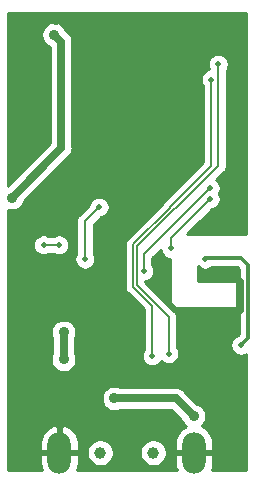
<source format=gbr>
G04 #@! TF.GenerationSoftware,KiCad,Pcbnew,(5.1.9)-1*
G04 #@! TF.CreationDate,2021-06-19T22:19:12+01:00*
G04 #@! TF.ProjectId,temp_sensor,74656d70-5f73-4656-9e73-6f722e6b6963,rev?*
G04 #@! TF.SameCoordinates,Original*
G04 #@! TF.FileFunction,Copper,L4,Bot*
G04 #@! TF.FilePolarity,Positive*
%FSLAX46Y46*%
G04 Gerber Fmt 4.6, Leading zero omitted, Abs format (unit mm)*
G04 Created by KiCad (PCBNEW (5.1.9)-1) date 2021-06-19 22:19:12*
%MOMM*%
%LPD*%
G01*
G04 APERTURE LIST*
G04 #@! TA.AperFunction,ComponentPad*
%ADD10O,2.000000X3.500000*%
G04 #@! TD*
G04 #@! TA.AperFunction,WasherPad*
%ADD11C,1.000000*%
G04 #@! TD*
G04 #@! TA.AperFunction,ViaPad*
%ADD12C,0.889000*%
G04 #@! TD*
G04 #@! TA.AperFunction,ViaPad*
%ADD13C,0.508000*%
G04 #@! TD*
G04 #@! TA.AperFunction,Conductor*
%ADD14C,0.635000*%
G04 #@! TD*
G04 #@! TA.AperFunction,Conductor*
%ADD15C,0.203200*%
G04 #@! TD*
G04 #@! TA.AperFunction,Conductor*
%ADD16C,0.304800*%
G04 #@! TD*
G04 #@! TA.AperFunction,Conductor*
%ADD17C,0.152400*%
G04 #@! TD*
G04 #@! TA.AperFunction,Conductor*
%ADD18C,0.254000*%
G04 #@! TD*
G04 #@! TA.AperFunction,Conductor*
%ADD19C,0.100000*%
G04 #@! TD*
G04 APERTURE END LIST*
D10*
X54050000Y-79400000D03*
X65450000Y-79400000D03*
D11*
X62000000Y-79400000D03*
X57500000Y-79400000D03*
D12*
X57250000Y-70000000D03*
X53750000Y-42750000D03*
X50000000Y-48500000D03*
X50000000Y-51500000D03*
X54750000Y-58500000D03*
X51000000Y-62500000D03*
X52150000Y-75650000D03*
D13*
X68000000Y-64100000D03*
D12*
X58000000Y-49000000D03*
X61000000Y-49000000D03*
X61000000Y-52000000D03*
X58000000Y-52000000D03*
X54400000Y-71500000D03*
X54400000Y-69200000D03*
D13*
X69400000Y-70300000D03*
D12*
X53600000Y-44000000D03*
X50000000Y-57800000D03*
D13*
X54000000Y-61800000D03*
X52700000Y-61800000D03*
X66400000Y-63000000D03*
D12*
X65400000Y-76300000D03*
X58700000Y-74800000D03*
D13*
X57400000Y-58600000D03*
X56200000Y-63000000D03*
X66900000Y-47800000D03*
X61900000Y-71200000D03*
X63300000Y-71000000D03*
X67500000Y-46500000D03*
X66800000Y-57900000D03*
X63500000Y-62100000D03*
X66800000Y-57000000D03*
X61200000Y-64000000D03*
D14*
X68000000Y-64100000D02*
X68500000Y-64100000D01*
X68500000Y-64100000D02*
X69300000Y-64900000D01*
X69300000Y-64900000D02*
X69300000Y-67300000D01*
X69300000Y-67300000D02*
X68900000Y-67700000D01*
X54400000Y-71500000D02*
X54400000Y-69200000D01*
X53600000Y-44000000D02*
X54200000Y-44600000D01*
X54200000Y-53600000D02*
X54200000Y-53300000D01*
X50000000Y-57800000D02*
X54200000Y-53600000D01*
X54200000Y-44600000D02*
X54200000Y-53300000D01*
D15*
X54000000Y-61800000D02*
X52700000Y-61800000D01*
D16*
X67157653Y-62880610D02*
X66500000Y-62880610D01*
X69380610Y-62880610D02*
X67157653Y-62880610D01*
X70000000Y-63500000D02*
X69380610Y-62880610D01*
X70000000Y-69700000D02*
X70000000Y-63500000D01*
X69400000Y-70300000D02*
X70000000Y-69700000D01*
X66500000Y-62900000D02*
X66400000Y-63000000D01*
X66500000Y-62880610D02*
X66500000Y-62900000D01*
D14*
X63900000Y-74800000D02*
X58700000Y-74800000D01*
X65400000Y-76300000D02*
X63900000Y-74800000D01*
D15*
X56200000Y-59800000D02*
X57400000Y-58600000D01*
X56200000Y-63000000D02*
X56200000Y-59800000D01*
X66900000Y-47800000D02*
X66900000Y-54900000D01*
X66900000Y-55125250D02*
X63400000Y-58625250D01*
X66900000Y-54900000D02*
X66900000Y-55125250D01*
D17*
X60295190Y-61765980D02*
X60295191Y-65326257D01*
X63400000Y-58661170D02*
X60295190Y-61765980D01*
X63400000Y-58625250D02*
X63400000Y-58661170D01*
X61900000Y-66931066D02*
X61900000Y-71200000D01*
X60295191Y-65326257D02*
X61900000Y-66931066D01*
D15*
X67500000Y-55100000D02*
X67500000Y-46500000D01*
X63900000Y-58700000D02*
X67500000Y-55100000D01*
D17*
X63792236Y-58700000D02*
X60600000Y-61892236D01*
X63900000Y-58700000D02*
X63792236Y-58700000D01*
X60600000Y-61892236D02*
X60600000Y-65200000D01*
X63300000Y-67900000D02*
X63300000Y-71000000D01*
X60600000Y-65200000D02*
X63300000Y-67900000D01*
D15*
X65500000Y-59200000D02*
X66800000Y-57900000D01*
D17*
X63500000Y-61200000D02*
X65500000Y-59200000D01*
X63500000Y-62100000D02*
X63500000Y-61200000D01*
D15*
X64700000Y-59100000D02*
X66800000Y-57000000D01*
D17*
X61200000Y-62600000D02*
X64700000Y-59100000D01*
X61200000Y-64000000D02*
X61200000Y-62600000D01*
D18*
X69840000Y-60840000D02*
X64865787Y-60840000D01*
X65866425Y-59839363D01*
X65911212Y-59815424D01*
X65995267Y-59746442D01*
X66968887Y-58772823D01*
X67059312Y-58754836D01*
X67221099Y-58687821D01*
X67366704Y-58590531D01*
X67490531Y-58466704D01*
X67587821Y-58321099D01*
X67654836Y-58159312D01*
X67689000Y-57987559D01*
X67689000Y-57812441D01*
X67654836Y-57640688D01*
X67587821Y-57478901D01*
X67568510Y-57450000D01*
X67587821Y-57421099D01*
X67654836Y-57259312D01*
X67689000Y-57087559D01*
X67689000Y-56912441D01*
X67654836Y-56740688D01*
X67587821Y-56578901D01*
X67490531Y-56433296D01*
X67366704Y-56309469D01*
X67346045Y-56295665D01*
X67995273Y-55646437D01*
X68023374Y-55623375D01*
X68046437Y-55595273D01*
X68046442Y-55595268D01*
X68115424Y-55511213D01*
X68162374Y-55423375D01*
X68183822Y-55383249D01*
X68225942Y-55244399D01*
X68236600Y-55136186D01*
X68236600Y-55136185D01*
X68240164Y-55100000D01*
X68236600Y-55063814D01*
X68236600Y-46997757D01*
X68287821Y-46921099D01*
X68354836Y-46759312D01*
X68389000Y-46587559D01*
X68389000Y-46412441D01*
X68354836Y-46240688D01*
X68287821Y-46078901D01*
X68190531Y-45933296D01*
X68066704Y-45809469D01*
X67921099Y-45712179D01*
X67759312Y-45645164D01*
X67587559Y-45611000D01*
X67412441Y-45611000D01*
X67240688Y-45645164D01*
X67078901Y-45712179D01*
X66933296Y-45809469D01*
X66809469Y-45933296D01*
X66712179Y-46078901D01*
X66645164Y-46240688D01*
X66611000Y-46412441D01*
X66611000Y-46587559D01*
X66645164Y-46759312D01*
X66712179Y-46921099D01*
X66717985Y-46929789D01*
X66640688Y-46945164D01*
X66478901Y-47012179D01*
X66333296Y-47109469D01*
X66209469Y-47233296D01*
X66112179Y-47378901D01*
X66045164Y-47540688D01*
X66011000Y-47712441D01*
X66011000Y-47887559D01*
X66045164Y-48059312D01*
X66112179Y-48221099D01*
X66163400Y-48297757D01*
X66163401Y-54820140D01*
X62853558Y-58129983D01*
X62784576Y-58214038D01*
X62719393Y-58335988D01*
X59816999Y-61238384D01*
X59789863Y-61260654D01*
X59700988Y-61368948D01*
X59634948Y-61492500D01*
X59594281Y-61626561D01*
X59583990Y-61731045D01*
X59583990Y-61731054D01*
X59580550Y-61765980D01*
X59583990Y-61800906D01*
X59583992Y-65291321D01*
X59580551Y-65326257D01*
X59583992Y-65361192D01*
X59583992Y-65361193D01*
X59594283Y-65465677D01*
X59604695Y-65500000D01*
X59634950Y-65599738D01*
X59691389Y-65705327D01*
X59700990Y-65723290D01*
X59789865Y-65831584D01*
X59817001Y-65853854D01*
X61188800Y-67225655D01*
X61188801Y-70664228D01*
X61112179Y-70778901D01*
X61045164Y-70940688D01*
X61011000Y-71112441D01*
X61011000Y-71287559D01*
X61045164Y-71459312D01*
X61112179Y-71621099D01*
X61209469Y-71766704D01*
X61333296Y-71890531D01*
X61478901Y-71987821D01*
X61640688Y-72054836D01*
X61812441Y-72089000D01*
X61987559Y-72089000D01*
X62159312Y-72054836D01*
X62321099Y-71987821D01*
X62466704Y-71890531D01*
X62590531Y-71766704D01*
X62678225Y-71635460D01*
X62733296Y-71690531D01*
X62878901Y-71787821D01*
X63040688Y-71854836D01*
X63212441Y-71889000D01*
X63387559Y-71889000D01*
X63559312Y-71854836D01*
X63721099Y-71787821D01*
X63866704Y-71690531D01*
X63990531Y-71566704D01*
X64087821Y-71421099D01*
X64154836Y-71259312D01*
X64189000Y-71087559D01*
X64189000Y-70912441D01*
X64154836Y-70740688D01*
X64087821Y-70578901D01*
X64011200Y-70464229D01*
X64011200Y-67934928D01*
X64014640Y-67900000D01*
X64011200Y-67865071D01*
X64011200Y-67865064D01*
X64000909Y-67760580D01*
X63960242Y-67626518D01*
X63894202Y-67502967D01*
X63827598Y-67421809D01*
X63827588Y-67421799D01*
X63805326Y-67394673D01*
X63778201Y-67372412D01*
X61311200Y-64905413D01*
X61311200Y-64884297D01*
X61459312Y-64854836D01*
X61621099Y-64787821D01*
X61766704Y-64690531D01*
X61890531Y-64566704D01*
X61987821Y-64421099D01*
X62054836Y-64259312D01*
X62089000Y-64087559D01*
X62089000Y-63912441D01*
X62054836Y-63740688D01*
X61987821Y-63578901D01*
X61911200Y-63464229D01*
X61911200Y-62894587D01*
X62612199Y-62193588D01*
X62645164Y-62359312D01*
X62712179Y-62521099D01*
X62809469Y-62666704D01*
X62933296Y-62790531D01*
X63078901Y-62887821D01*
X63240688Y-62954836D01*
X63412441Y-62989000D01*
X63440001Y-62989000D01*
X63440000Y-66467581D01*
X63436807Y-66500000D01*
X63449550Y-66629383D01*
X63487290Y-66753793D01*
X63548575Y-66868450D01*
X63599963Y-66931066D01*
X63631052Y-66968948D01*
X63731550Y-67051425D01*
X63846207Y-67112710D01*
X63970617Y-67150450D01*
X64100000Y-67163193D01*
X64132419Y-67160000D01*
X68667581Y-67160000D01*
X68700000Y-67163193D01*
X68732419Y-67160000D01*
X68829383Y-67150450D01*
X68953793Y-67112710D01*
X69068450Y-67051425D01*
X69168948Y-66968948D01*
X69212600Y-66915758D01*
X69212600Y-69373849D01*
X69141433Y-69445016D01*
X69140688Y-69445164D01*
X68978901Y-69512179D01*
X68833296Y-69609469D01*
X68709469Y-69733296D01*
X68612179Y-69878901D01*
X68545164Y-70040688D01*
X68511000Y-70212441D01*
X68511000Y-70387559D01*
X68545164Y-70559312D01*
X68612179Y-70721099D01*
X68709469Y-70866704D01*
X68833296Y-70990531D01*
X68978901Y-71087821D01*
X69140688Y-71154836D01*
X69312441Y-71189000D01*
X69487559Y-71189000D01*
X69659312Y-71154836D01*
X69821099Y-71087821D01*
X69840001Y-71075191D01*
X69840000Y-80840000D01*
X66932631Y-80840000D01*
X67028807Y-80593532D01*
X67085000Y-80277000D01*
X67085000Y-79527000D01*
X65577000Y-79527000D01*
X65577000Y-79547000D01*
X65323000Y-79547000D01*
X65323000Y-79527000D01*
X63815000Y-79527000D01*
X63815000Y-80277000D01*
X63871193Y-80593532D01*
X63967369Y-80840000D01*
X55532631Y-80840000D01*
X55628807Y-80593532D01*
X55685000Y-80277000D01*
X55685000Y-79527000D01*
X54177000Y-79527000D01*
X54177000Y-79547000D01*
X53923000Y-79547000D01*
X53923000Y-79527000D01*
X52415000Y-79527000D01*
X52415000Y-80277000D01*
X52471193Y-80593532D01*
X52567369Y-80840000D01*
X49660000Y-80840000D01*
X49660000Y-79288212D01*
X56365000Y-79288212D01*
X56365000Y-79511788D01*
X56408617Y-79731067D01*
X56494176Y-79937624D01*
X56618388Y-80123520D01*
X56776480Y-80281612D01*
X56962376Y-80405824D01*
X57168933Y-80491383D01*
X57388212Y-80535000D01*
X57611788Y-80535000D01*
X57831067Y-80491383D01*
X58037624Y-80405824D01*
X58223520Y-80281612D01*
X58381612Y-80123520D01*
X58505824Y-79937624D01*
X58591383Y-79731067D01*
X58635000Y-79511788D01*
X58635000Y-79288212D01*
X60865000Y-79288212D01*
X60865000Y-79511788D01*
X60908617Y-79731067D01*
X60994176Y-79937624D01*
X61118388Y-80123520D01*
X61276480Y-80281612D01*
X61462376Y-80405824D01*
X61668933Y-80491383D01*
X61888212Y-80535000D01*
X62111788Y-80535000D01*
X62331067Y-80491383D01*
X62537624Y-80405824D01*
X62723520Y-80281612D01*
X62881612Y-80123520D01*
X63005824Y-79937624D01*
X63091383Y-79731067D01*
X63135000Y-79511788D01*
X63135000Y-79288212D01*
X63091383Y-79068933D01*
X63005824Y-78862376D01*
X62881612Y-78676480D01*
X62723520Y-78518388D01*
X62537624Y-78394176D01*
X62331067Y-78308617D01*
X62111788Y-78265000D01*
X61888212Y-78265000D01*
X61668933Y-78308617D01*
X61462376Y-78394176D01*
X61276480Y-78518388D01*
X61118388Y-78676480D01*
X60994176Y-78862376D01*
X60908617Y-79068933D01*
X60865000Y-79288212D01*
X58635000Y-79288212D01*
X58591383Y-79068933D01*
X58505824Y-78862376D01*
X58381612Y-78676480D01*
X58223520Y-78518388D01*
X58037624Y-78394176D01*
X57831067Y-78308617D01*
X57611788Y-78265000D01*
X57388212Y-78265000D01*
X57168933Y-78308617D01*
X56962376Y-78394176D01*
X56776480Y-78518388D01*
X56618388Y-78676480D01*
X56494176Y-78862376D01*
X56408617Y-79068933D01*
X56365000Y-79288212D01*
X49660000Y-79288212D01*
X49660000Y-78523000D01*
X52415000Y-78523000D01*
X52415000Y-79273000D01*
X53923000Y-79273000D01*
X53923000Y-77179223D01*
X54177000Y-77179223D01*
X54177000Y-79273000D01*
X55685000Y-79273000D01*
X55685000Y-78523000D01*
X55628807Y-78206468D01*
X55511942Y-77906980D01*
X55338895Y-77636046D01*
X55116317Y-77404078D01*
X54852761Y-77219990D01*
X54558355Y-77090856D01*
X54430434Y-77059876D01*
X54177000Y-77179223D01*
X53923000Y-77179223D01*
X53669566Y-77059876D01*
X53541645Y-77090856D01*
X53247239Y-77219990D01*
X52983683Y-77404078D01*
X52761105Y-77636046D01*
X52588058Y-77906980D01*
X52471193Y-78206468D01*
X52415000Y-78523000D01*
X49660000Y-78523000D01*
X49660000Y-74693679D01*
X57620500Y-74693679D01*
X57620500Y-74906321D01*
X57661985Y-75114878D01*
X57743360Y-75311335D01*
X57861498Y-75488141D01*
X58011859Y-75638502D01*
X58188665Y-75756640D01*
X58385122Y-75838015D01*
X58593679Y-75879500D01*
X58806321Y-75879500D01*
X59014878Y-75838015D01*
X59211335Y-75756640D01*
X59217531Y-75752500D01*
X63505462Y-75752500D01*
X64360531Y-76607569D01*
X64361985Y-76614878D01*
X64443360Y-76811335D01*
X64561498Y-76988141D01*
X64711859Y-77138502D01*
X64759875Y-77170585D01*
X64647239Y-77219990D01*
X64383683Y-77404078D01*
X64161105Y-77636046D01*
X63988058Y-77906980D01*
X63871193Y-78206468D01*
X63815000Y-78523000D01*
X63815000Y-79273000D01*
X65323000Y-79273000D01*
X65323000Y-79253000D01*
X65577000Y-79253000D01*
X65577000Y-79273000D01*
X67085000Y-79273000D01*
X67085000Y-78523000D01*
X67028807Y-78206468D01*
X66911942Y-77906980D01*
X66738895Y-77636046D01*
X66516317Y-77404078D01*
X66252761Y-77219990D01*
X66079755Y-77144105D01*
X66088141Y-77138502D01*
X66238502Y-76988141D01*
X66356640Y-76811335D01*
X66438015Y-76614878D01*
X66479500Y-76406321D01*
X66479500Y-76193679D01*
X66438015Y-75985122D01*
X66356640Y-75788665D01*
X66238502Y-75611859D01*
X66088141Y-75461498D01*
X65911335Y-75343360D01*
X65714878Y-75261985D01*
X65707569Y-75260531D01*
X64606607Y-74159569D01*
X64576778Y-74123222D01*
X64431741Y-74004194D01*
X64266269Y-73915748D01*
X64086723Y-73861283D01*
X63946785Y-73847500D01*
X63900000Y-73842892D01*
X63853215Y-73847500D01*
X59217531Y-73847500D01*
X59211335Y-73843360D01*
X59014878Y-73761985D01*
X58806321Y-73720500D01*
X58593679Y-73720500D01*
X58385122Y-73761985D01*
X58188665Y-73843360D01*
X58011859Y-73961498D01*
X57861498Y-74111859D01*
X57743360Y-74288665D01*
X57661985Y-74485122D01*
X57620500Y-74693679D01*
X49660000Y-74693679D01*
X49660000Y-69093679D01*
X53320500Y-69093679D01*
X53320500Y-69306321D01*
X53361985Y-69514878D01*
X53443360Y-69711335D01*
X53447501Y-69717532D01*
X53447500Y-70982469D01*
X53443360Y-70988665D01*
X53361985Y-71185122D01*
X53320500Y-71393679D01*
X53320500Y-71606321D01*
X53361985Y-71814878D01*
X53443360Y-72011335D01*
X53561498Y-72188141D01*
X53711859Y-72338502D01*
X53888665Y-72456640D01*
X54085122Y-72538015D01*
X54293679Y-72579500D01*
X54506321Y-72579500D01*
X54714878Y-72538015D01*
X54911335Y-72456640D01*
X55088141Y-72338502D01*
X55238502Y-72188141D01*
X55356640Y-72011335D01*
X55438015Y-71814878D01*
X55479500Y-71606321D01*
X55479500Y-71393679D01*
X55438015Y-71185122D01*
X55356640Y-70988665D01*
X55352500Y-70982469D01*
X55352500Y-69717531D01*
X55356640Y-69711335D01*
X55438015Y-69514878D01*
X55479500Y-69306321D01*
X55479500Y-69093679D01*
X55438015Y-68885122D01*
X55356640Y-68688665D01*
X55238502Y-68511859D01*
X55088141Y-68361498D01*
X54911335Y-68243360D01*
X54714878Y-68161985D01*
X54506321Y-68120500D01*
X54293679Y-68120500D01*
X54085122Y-68161985D01*
X53888665Y-68243360D01*
X53711859Y-68361498D01*
X53561498Y-68511859D01*
X53443360Y-68688665D01*
X53361985Y-68885122D01*
X53320500Y-69093679D01*
X49660000Y-69093679D01*
X49660000Y-62912441D01*
X55311000Y-62912441D01*
X55311000Y-63087559D01*
X55345164Y-63259312D01*
X55412179Y-63421099D01*
X55509469Y-63566704D01*
X55633296Y-63690531D01*
X55778901Y-63787821D01*
X55940688Y-63854836D01*
X56112441Y-63889000D01*
X56287559Y-63889000D01*
X56459312Y-63854836D01*
X56621099Y-63787821D01*
X56766704Y-63690531D01*
X56890531Y-63566704D01*
X56987821Y-63421099D01*
X57054836Y-63259312D01*
X57089000Y-63087559D01*
X57089000Y-62912441D01*
X57054836Y-62740688D01*
X56987821Y-62578901D01*
X56936600Y-62502243D01*
X56936600Y-60105109D01*
X57568887Y-59472823D01*
X57659312Y-59454836D01*
X57821099Y-59387821D01*
X57966704Y-59290531D01*
X58090531Y-59166704D01*
X58187821Y-59021099D01*
X58254836Y-58859312D01*
X58289000Y-58687559D01*
X58289000Y-58512441D01*
X58254836Y-58340688D01*
X58187821Y-58178901D01*
X58090531Y-58033296D01*
X57966704Y-57909469D01*
X57821099Y-57812179D01*
X57659312Y-57745164D01*
X57487559Y-57711000D01*
X57312441Y-57711000D01*
X57140688Y-57745164D01*
X56978901Y-57812179D01*
X56833296Y-57909469D01*
X56709469Y-58033296D01*
X56612179Y-58178901D01*
X56545164Y-58340688D01*
X56527177Y-58431113D01*
X55704732Y-59253559D01*
X55676626Y-59276625D01*
X55653560Y-59304731D01*
X55653558Y-59304733D01*
X55584576Y-59388788D01*
X55572597Y-59411200D01*
X55516179Y-59516751D01*
X55476838Y-59646442D01*
X55474059Y-59655602D01*
X55459836Y-59800000D01*
X55463401Y-59836193D01*
X55463400Y-62502243D01*
X55412179Y-62578901D01*
X55345164Y-62740688D01*
X55311000Y-62912441D01*
X49660000Y-62912441D01*
X49660000Y-61712441D01*
X51811000Y-61712441D01*
X51811000Y-61887559D01*
X51845164Y-62059312D01*
X51912179Y-62221099D01*
X52009469Y-62366704D01*
X52133296Y-62490531D01*
X52278901Y-62587821D01*
X52440688Y-62654836D01*
X52612441Y-62689000D01*
X52787559Y-62689000D01*
X52959312Y-62654836D01*
X53121099Y-62587821D01*
X53197757Y-62536600D01*
X53502243Y-62536600D01*
X53578901Y-62587821D01*
X53740688Y-62654836D01*
X53912441Y-62689000D01*
X54087559Y-62689000D01*
X54259312Y-62654836D01*
X54421099Y-62587821D01*
X54566704Y-62490531D01*
X54690531Y-62366704D01*
X54787821Y-62221099D01*
X54854836Y-62059312D01*
X54889000Y-61887559D01*
X54889000Y-61712441D01*
X54854836Y-61540688D01*
X54787821Y-61378901D01*
X54690531Y-61233296D01*
X54566704Y-61109469D01*
X54421099Y-61012179D01*
X54259312Y-60945164D01*
X54087559Y-60911000D01*
X53912441Y-60911000D01*
X53740688Y-60945164D01*
X53578901Y-61012179D01*
X53502243Y-61063400D01*
X53197757Y-61063400D01*
X53121099Y-61012179D01*
X52959312Y-60945164D01*
X52787559Y-60911000D01*
X52612441Y-60911000D01*
X52440688Y-60945164D01*
X52278901Y-61012179D01*
X52133296Y-61109469D01*
X52009469Y-61233296D01*
X51912179Y-61378901D01*
X51845164Y-61540688D01*
X51811000Y-61712441D01*
X49660000Y-61712441D01*
X49660000Y-58827609D01*
X49685122Y-58838015D01*
X49893679Y-58879500D01*
X50106321Y-58879500D01*
X50314878Y-58838015D01*
X50511335Y-58756640D01*
X50688141Y-58638502D01*
X50838502Y-58488141D01*
X50956640Y-58311335D01*
X51038015Y-58114878D01*
X51039469Y-58107569D01*
X54840436Y-54306603D01*
X54876778Y-54276778D01*
X54995806Y-54131741D01*
X55084252Y-53966269D01*
X55138717Y-53786723D01*
X55152500Y-53646785D01*
X55152500Y-53646784D01*
X55157108Y-53600000D01*
X55152500Y-53553215D01*
X55152500Y-44646784D01*
X55157108Y-44599999D01*
X55138717Y-44413277D01*
X55124457Y-44366269D01*
X55084252Y-44233731D01*
X54995806Y-44068259D01*
X54876778Y-43923222D01*
X54840431Y-43893393D01*
X54639469Y-43692431D01*
X54638015Y-43685122D01*
X54556640Y-43488665D01*
X54438502Y-43311859D01*
X54288141Y-43161498D01*
X54111335Y-43043360D01*
X53914878Y-42961985D01*
X53706321Y-42920500D01*
X53493679Y-42920500D01*
X53285122Y-42961985D01*
X53088665Y-43043360D01*
X52911859Y-43161498D01*
X52761498Y-43311859D01*
X52643360Y-43488665D01*
X52561985Y-43685122D01*
X52520500Y-43893679D01*
X52520500Y-44106321D01*
X52561985Y-44314878D01*
X52643360Y-44511335D01*
X52761498Y-44688141D01*
X52911859Y-44838502D01*
X53088665Y-44956640D01*
X53247500Y-45022432D01*
X53247501Y-53205460D01*
X49692431Y-56760531D01*
X49685122Y-56761985D01*
X49660000Y-56772391D01*
X49660000Y-42160000D01*
X69840001Y-42160000D01*
X69840000Y-60840000D01*
G04 #@! TA.AperFunction,Conductor*
D19*
G36*
X69840000Y-60840000D02*
G01*
X64865787Y-60840000D01*
X65866425Y-59839363D01*
X65911212Y-59815424D01*
X65995267Y-59746442D01*
X66968887Y-58772823D01*
X67059312Y-58754836D01*
X67221099Y-58687821D01*
X67366704Y-58590531D01*
X67490531Y-58466704D01*
X67587821Y-58321099D01*
X67654836Y-58159312D01*
X67689000Y-57987559D01*
X67689000Y-57812441D01*
X67654836Y-57640688D01*
X67587821Y-57478901D01*
X67568510Y-57450000D01*
X67587821Y-57421099D01*
X67654836Y-57259312D01*
X67689000Y-57087559D01*
X67689000Y-56912441D01*
X67654836Y-56740688D01*
X67587821Y-56578901D01*
X67490531Y-56433296D01*
X67366704Y-56309469D01*
X67346045Y-56295665D01*
X67995273Y-55646437D01*
X68023374Y-55623375D01*
X68046437Y-55595273D01*
X68046442Y-55595268D01*
X68115424Y-55511213D01*
X68162374Y-55423375D01*
X68183822Y-55383249D01*
X68225942Y-55244399D01*
X68236600Y-55136186D01*
X68236600Y-55136185D01*
X68240164Y-55100000D01*
X68236600Y-55063814D01*
X68236600Y-46997757D01*
X68287821Y-46921099D01*
X68354836Y-46759312D01*
X68389000Y-46587559D01*
X68389000Y-46412441D01*
X68354836Y-46240688D01*
X68287821Y-46078901D01*
X68190531Y-45933296D01*
X68066704Y-45809469D01*
X67921099Y-45712179D01*
X67759312Y-45645164D01*
X67587559Y-45611000D01*
X67412441Y-45611000D01*
X67240688Y-45645164D01*
X67078901Y-45712179D01*
X66933296Y-45809469D01*
X66809469Y-45933296D01*
X66712179Y-46078901D01*
X66645164Y-46240688D01*
X66611000Y-46412441D01*
X66611000Y-46587559D01*
X66645164Y-46759312D01*
X66712179Y-46921099D01*
X66717985Y-46929789D01*
X66640688Y-46945164D01*
X66478901Y-47012179D01*
X66333296Y-47109469D01*
X66209469Y-47233296D01*
X66112179Y-47378901D01*
X66045164Y-47540688D01*
X66011000Y-47712441D01*
X66011000Y-47887559D01*
X66045164Y-48059312D01*
X66112179Y-48221099D01*
X66163400Y-48297757D01*
X66163401Y-54820140D01*
X62853558Y-58129983D01*
X62784576Y-58214038D01*
X62719393Y-58335988D01*
X59816999Y-61238384D01*
X59789863Y-61260654D01*
X59700988Y-61368948D01*
X59634948Y-61492500D01*
X59594281Y-61626561D01*
X59583990Y-61731045D01*
X59583990Y-61731054D01*
X59580550Y-61765980D01*
X59583990Y-61800906D01*
X59583992Y-65291321D01*
X59580551Y-65326257D01*
X59583992Y-65361192D01*
X59583992Y-65361193D01*
X59594283Y-65465677D01*
X59604695Y-65500000D01*
X59634950Y-65599738D01*
X59691389Y-65705327D01*
X59700990Y-65723290D01*
X59789865Y-65831584D01*
X59817001Y-65853854D01*
X61188800Y-67225655D01*
X61188801Y-70664228D01*
X61112179Y-70778901D01*
X61045164Y-70940688D01*
X61011000Y-71112441D01*
X61011000Y-71287559D01*
X61045164Y-71459312D01*
X61112179Y-71621099D01*
X61209469Y-71766704D01*
X61333296Y-71890531D01*
X61478901Y-71987821D01*
X61640688Y-72054836D01*
X61812441Y-72089000D01*
X61987559Y-72089000D01*
X62159312Y-72054836D01*
X62321099Y-71987821D01*
X62466704Y-71890531D01*
X62590531Y-71766704D01*
X62678225Y-71635460D01*
X62733296Y-71690531D01*
X62878901Y-71787821D01*
X63040688Y-71854836D01*
X63212441Y-71889000D01*
X63387559Y-71889000D01*
X63559312Y-71854836D01*
X63721099Y-71787821D01*
X63866704Y-71690531D01*
X63990531Y-71566704D01*
X64087821Y-71421099D01*
X64154836Y-71259312D01*
X64189000Y-71087559D01*
X64189000Y-70912441D01*
X64154836Y-70740688D01*
X64087821Y-70578901D01*
X64011200Y-70464229D01*
X64011200Y-67934928D01*
X64014640Y-67900000D01*
X64011200Y-67865071D01*
X64011200Y-67865064D01*
X64000909Y-67760580D01*
X63960242Y-67626518D01*
X63894202Y-67502967D01*
X63827598Y-67421809D01*
X63827588Y-67421799D01*
X63805326Y-67394673D01*
X63778201Y-67372412D01*
X61311200Y-64905413D01*
X61311200Y-64884297D01*
X61459312Y-64854836D01*
X61621099Y-64787821D01*
X61766704Y-64690531D01*
X61890531Y-64566704D01*
X61987821Y-64421099D01*
X62054836Y-64259312D01*
X62089000Y-64087559D01*
X62089000Y-63912441D01*
X62054836Y-63740688D01*
X61987821Y-63578901D01*
X61911200Y-63464229D01*
X61911200Y-62894587D01*
X62612199Y-62193588D01*
X62645164Y-62359312D01*
X62712179Y-62521099D01*
X62809469Y-62666704D01*
X62933296Y-62790531D01*
X63078901Y-62887821D01*
X63240688Y-62954836D01*
X63412441Y-62989000D01*
X63440001Y-62989000D01*
X63440000Y-66467581D01*
X63436807Y-66500000D01*
X63449550Y-66629383D01*
X63487290Y-66753793D01*
X63548575Y-66868450D01*
X63599963Y-66931066D01*
X63631052Y-66968948D01*
X63731550Y-67051425D01*
X63846207Y-67112710D01*
X63970617Y-67150450D01*
X64100000Y-67163193D01*
X64132419Y-67160000D01*
X68667581Y-67160000D01*
X68700000Y-67163193D01*
X68732419Y-67160000D01*
X68829383Y-67150450D01*
X68953793Y-67112710D01*
X69068450Y-67051425D01*
X69168948Y-66968948D01*
X69212600Y-66915758D01*
X69212600Y-69373849D01*
X69141433Y-69445016D01*
X69140688Y-69445164D01*
X68978901Y-69512179D01*
X68833296Y-69609469D01*
X68709469Y-69733296D01*
X68612179Y-69878901D01*
X68545164Y-70040688D01*
X68511000Y-70212441D01*
X68511000Y-70387559D01*
X68545164Y-70559312D01*
X68612179Y-70721099D01*
X68709469Y-70866704D01*
X68833296Y-70990531D01*
X68978901Y-71087821D01*
X69140688Y-71154836D01*
X69312441Y-71189000D01*
X69487559Y-71189000D01*
X69659312Y-71154836D01*
X69821099Y-71087821D01*
X69840001Y-71075191D01*
X69840000Y-80840000D01*
X66932631Y-80840000D01*
X67028807Y-80593532D01*
X67085000Y-80277000D01*
X67085000Y-79527000D01*
X65577000Y-79527000D01*
X65577000Y-79547000D01*
X65323000Y-79547000D01*
X65323000Y-79527000D01*
X63815000Y-79527000D01*
X63815000Y-80277000D01*
X63871193Y-80593532D01*
X63967369Y-80840000D01*
X55532631Y-80840000D01*
X55628807Y-80593532D01*
X55685000Y-80277000D01*
X55685000Y-79527000D01*
X54177000Y-79527000D01*
X54177000Y-79547000D01*
X53923000Y-79547000D01*
X53923000Y-79527000D01*
X52415000Y-79527000D01*
X52415000Y-80277000D01*
X52471193Y-80593532D01*
X52567369Y-80840000D01*
X49660000Y-80840000D01*
X49660000Y-79288212D01*
X56365000Y-79288212D01*
X56365000Y-79511788D01*
X56408617Y-79731067D01*
X56494176Y-79937624D01*
X56618388Y-80123520D01*
X56776480Y-80281612D01*
X56962376Y-80405824D01*
X57168933Y-80491383D01*
X57388212Y-80535000D01*
X57611788Y-80535000D01*
X57831067Y-80491383D01*
X58037624Y-80405824D01*
X58223520Y-80281612D01*
X58381612Y-80123520D01*
X58505824Y-79937624D01*
X58591383Y-79731067D01*
X58635000Y-79511788D01*
X58635000Y-79288212D01*
X60865000Y-79288212D01*
X60865000Y-79511788D01*
X60908617Y-79731067D01*
X60994176Y-79937624D01*
X61118388Y-80123520D01*
X61276480Y-80281612D01*
X61462376Y-80405824D01*
X61668933Y-80491383D01*
X61888212Y-80535000D01*
X62111788Y-80535000D01*
X62331067Y-80491383D01*
X62537624Y-80405824D01*
X62723520Y-80281612D01*
X62881612Y-80123520D01*
X63005824Y-79937624D01*
X63091383Y-79731067D01*
X63135000Y-79511788D01*
X63135000Y-79288212D01*
X63091383Y-79068933D01*
X63005824Y-78862376D01*
X62881612Y-78676480D01*
X62723520Y-78518388D01*
X62537624Y-78394176D01*
X62331067Y-78308617D01*
X62111788Y-78265000D01*
X61888212Y-78265000D01*
X61668933Y-78308617D01*
X61462376Y-78394176D01*
X61276480Y-78518388D01*
X61118388Y-78676480D01*
X60994176Y-78862376D01*
X60908617Y-79068933D01*
X60865000Y-79288212D01*
X58635000Y-79288212D01*
X58591383Y-79068933D01*
X58505824Y-78862376D01*
X58381612Y-78676480D01*
X58223520Y-78518388D01*
X58037624Y-78394176D01*
X57831067Y-78308617D01*
X57611788Y-78265000D01*
X57388212Y-78265000D01*
X57168933Y-78308617D01*
X56962376Y-78394176D01*
X56776480Y-78518388D01*
X56618388Y-78676480D01*
X56494176Y-78862376D01*
X56408617Y-79068933D01*
X56365000Y-79288212D01*
X49660000Y-79288212D01*
X49660000Y-78523000D01*
X52415000Y-78523000D01*
X52415000Y-79273000D01*
X53923000Y-79273000D01*
X53923000Y-77179223D01*
X54177000Y-77179223D01*
X54177000Y-79273000D01*
X55685000Y-79273000D01*
X55685000Y-78523000D01*
X55628807Y-78206468D01*
X55511942Y-77906980D01*
X55338895Y-77636046D01*
X55116317Y-77404078D01*
X54852761Y-77219990D01*
X54558355Y-77090856D01*
X54430434Y-77059876D01*
X54177000Y-77179223D01*
X53923000Y-77179223D01*
X53669566Y-77059876D01*
X53541645Y-77090856D01*
X53247239Y-77219990D01*
X52983683Y-77404078D01*
X52761105Y-77636046D01*
X52588058Y-77906980D01*
X52471193Y-78206468D01*
X52415000Y-78523000D01*
X49660000Y-78523000D01*
X49660000Y-74693679D01*
X57620500Y-74693679D01*
X57620500Y-74906321D01*
X57661985Y-75114878D01*
X57743360Y-75311335D01*
X57861498Y-75488141D01*
X58011859Y-75638502D01*
X58188665Y-75756640D01*
X58385122Y-75838015D01*
X58593679Y-75879500D01*
X58806321Y-75879500D01*
X59014878Y-75838015D01*
X59211335Y-75756640D01*
X59217531Y-75752500D01*
X63505462Y-75752500D01*
X64360531Y-76607569D01*
X64361985Y-76614878D01*
X64443360Y-76811335D01*
X64561498Y-76988141D01*
X64711859Y-77138502D01*
X64759875Y-77170585D01*
X64647239Y-77219990D01*
X64383683Y-77404078D01*
X64161105Y-77636046D01*
X63988058Y-77906980D01*
X63871193Y-78206468D01*
X63815000Y-78523000D01*
X63815000Y-79273000D01*
X65323000Y-79273000D01*
X65323000Y-79253000D01*
X65577000Y-79253000D01*
X65577000Y-79273000D01*
X67085000Y-79273000D01*
X67085000Y-78523000D01*
X67028807Y-78206468D01*
X66911942Y-77906980D01*
X66738895Y-77636046D01*
X66516317Y-77404078D01*
X66252761Y-77219990D01*
X66079755Y-77144105D01*
X66088141Y-77138502D01*
X66238502Y-76988141D01*
X66356640Y-76811335D01*
X66438015Y-76614878D01*
X66479500Y-76406321D01*
X66479500Y-76193679D01*
X66438015Y-75985122D01*
X66356640Y-75788665D01*
X66238502Y-75611859D01*
X66088141Y-75461498D01*
X65911335Y-75343360D01*
X65714878Y-75261985D01*
X65707569Y-75260531D01*
X64606607Y-74159569D01*
X64576778Y-74123222D01*
X64431741Y-74004194D01*
X64266269Y-73915748D01*
X64086723Y-73861283D01*
X63946785Y-73847500D01*
X63900000Y-73842892D01*
X63853215Y-73847500D01*
X59217531Y-73847500D01*
X59211335Y-73843360D01*
X59014878Y-73761985D01*
X58806321Y-73720500D01*
X58593679Y-73720500D01*
X58385122Y-73761985D01*
X58188665Y-73843360D01*
X58011859Y-73961498D01*
X57861498Y-74111859D01*
X57743360Y-74288665D01*
X57661985Y-74485122D01*
X57620500Y-74693679D01*
X49660000Y-74693679D01*
X49660000Y-69093679D01*
X53320500Y-69093679D01*
X53320500Y-69306321D01*
X53361985Y-69514878D01*
X53443360Y-69711335D01*
X53447501Y-69717532D01*
X53447500Y-70982469D01*
X53443360Y-70988665D01*
X53361985Y-71185122D01*
X53320500Y-71393679D01*
X53320500Y-71606321D01*
X53361985Y-71814878D01*
X53443360Y-72011335D01*
X53561498Y-72188141D01*
X53711859Y-72338502D01*
X53888665Y-72456640D01*
X54085122Y-72538015D01*
X54293679Y-72579500D01*
X54506321Y-72579500D01*
X54714878Y-72538015D01*
X54911335Y-72456640D01*
X55088141Y-72338502D01*
X55238502Y-72188141D01*
X55356640Y-72011335D01*
X55438015Y-71814878D01*
X55479500Y-71606321D01*
X55479500Y-71393679D01*
X55438015Y-71185122D01*
X55356640Y-70988665D01*
X55352500Y-70982469D01*
X55352500Y-69717531D01*
X55356640Y-69711335D01*
X55438015Y-69514878D01*
X55479500Y-69306321D01*
X55479500Y-69093679D01*
X55438015Y-68885122D01*
X55356640Y-68688665D01*
X55238502Y-68511859D01*
X55088141Y-68361498D01*
X54911335Y-68243360D01*
X54714878Y-68161985D01*
X54506321Y-68120500D01*
X54293679Y-68120500D01*
X54085122Y-68161985D01*
X53888665Y-68243360D01*
X53711859Y-68361498D01*
X53561498Y-68511859D01*
X53443360Y-68688665D01*
X53361985Y-68885122D01*
X53320500Y-69093679D01*
X49660000Y-69093679D01*
X49660000Y-62912441D01*
X55311000Y-62912441D01*
X55311000Y-63087559D01*
X55345164Y-63259312D01*
X55412179Y-63421099D01*
X55509469Y-63566704D01*
X55633296Y-63690531D01*
X55778901Y-63787821D01*
X55940688Y-63854836D01*
X56112441Y-63889000D01*
X56287559Y-63889000D01*
X56459312Y-63854836D01*
X56621099Y-63787821D01*
X56766704Y-63690531D01*
X56890531Y-63566704D01*
X56987821Y-63421099D01*
X57054836Y-63259312D01*
X57089000Y-63087559D01*
X57089000Y-62912441D01*
X57054836Y-62740688D01*
X56987821Y-62578901D01*
X56936600Y-62502243D01*
X56936600Y-60105109D01*
X57568887Y-59472823D01*
X57659312Y-59454836D01*
X57821099Y-59387821D01*
X57966704Y-59290531D01*
X58090531Y-59166704D01*
X58187821Y-59021099D01*
X58254836Y-58859312D01*
X58289000Y-58687559D01*
X58289000Y-58512441D01*
X58254836Y-58340688D01*
X58187821Y-58178901D01*
X58090531Y-58033296D01*
X57966704Y-57909469D01*
X57821099Y-57812179D01*
X57659312Y-57745164D01*
X57487559Y-57711000D01*
X57312441Y-57711000D01*
X57140688Y-57745164D01*
X56978901Y-57812179D01*
X56833296Y-57909469D01*
X56709469Y-58033296D01*
X56612179Y-58178901D01*
X56545164Y-58340688D01*
X56527177Y-58431113D01*
X55704732Y-59253559D01*
X55676626Y-59276625D01*
X55653560Y-59304731D01*
X55653558Y-59304733D01*
X55584576Y-59388788D01*
X55572597Y-59411200D01*
X55516179Y-59516751D01*
X55476838Y-59646442D01*
X55474059Y-59655602D01*
X55459836Y-59800000D01*
X55463401Y-59836193D01*
X55463400Y-62502243D01*
X55412179Y-62578901D01*
X55345164Y-62740688D01*
X55311000Y-62912441D01*
X49660000Y-62912441D01*
X49660000Y-61712441D01*
X51811000Y-61712441D01*
X51811000Y-61887559D01*
X51845164Y-62059312D01*
X51912179Y-62221099D01*
X52009469Y-62366704D01*
X52133296Y-62490531D01*
X52278901Y-62587821D01*
X52440688Y-62654836D01*
X52612441Y-62689000D01*
X52787559Y-62689000D01*
X52959312Y-62654836D01*
X53121099Y-62587821D01*
X53197757Y-62536600D01*
X53502243Y-62536600D01*
X53578901Y-62587821D01*
X53740688Y-62654836D01*
X53912441Y-62689000D01*
X54087559Y-62689000D01*
X54259312Y-62654836D01*
X54421099Y-62587821D01*
X54566704Y-62490531D01*
X54690531Y-62366704D01*
X54787821Y-62221099D01*
X54854836Y-62059312D01*
X54889000Y-61887559D01*
X54889000Y-61712441D01*
X54854836Y-61540688D01*
X54787821Y-61378901D01*
X54690531Y-61233296D01*
X54566704Y-61109469D01*
X54421099Y-61012179D01*
X54259312Y-60945164D01*
X54087559Y-60911000D01*
X53912441Y-60911000D01*
X53740688Y-60945164D01*
X53578901Y-61012179D01*
X53502243Y-61063400D01*
X53197757Y-61063400D01*
X53121099Y-61012179D01*
X52959312Y-60945164D01*
X52787559Y-60911000D01*
X52612441Y-60911000D01*
X52440688Y-60945164D01*
X52278901Y-61012179D01*
X52133296Y-61109469D01*
X52009469Y-61233296D01*
X51912179Y-61378901D01*
X51845164Y-61540688D01*
X51811000Y-61712441D01*
X49660000Y-61712441D01*
X49660000Y-58827609D01*
X49685122Y-58838015D01*
X49893679Y-58879500D01*
X50106321Y-58879500D01*
X50314878Y-58838015D01*
X50511335Y-58756640D01*
X50688141Y-58638502D01*
X50838502Y-58488141D01*
X50956640Y-58311335D01*
X51038015Y-58114878D01*
X51039469Y-58107569D01*
X54840436Y-54306603D01*
X54876778Y-54276778D01*
X54995806Y-54131741D01*
X55084252Y-53966269D01*
X55138717Y-53786723D01*
X55152500Y-53646785D01*
X55152500Y-53646784D01*
X55157108Y-53600000D01*
X55152500Y-53553215D01*
X55152500Y-44646784D01*
X55157108Y-44599999D01*
X55138717Y-44413277D01*
X55124457Y-44366269D01*
X55084252Y-44233731D01*
X54995806Y-44068259D01*
X54876778Y-43923222D01*
X54840431Y-43893393D01*
X54639469Y-43692431D01*
X54638015Y-43685122D01*
X54556640Y-43488665D01*
X54438502Y-43311859D01*
X54288141Y-43161498D01*
X54111335Y-43043360D01*
X53914878Y-42961985D01*
X53706321Y-42920500D01*
X53493679Y-42920500D01*
X53285122Y-42961985D01*
X53088665Y-43043360D01*
X52911859Y-43161498D01*
X52761498Y-43311859D01*
X52643360Y-43488665D01*
X52561985Y-43685122D01*
X52520500Y-43893679D01*
X52520500Y-44106321D01*
X52561985Y-44314878D01*
X52643360Y-44511335D01*
X52761498Y-44688141D01*
X52911859Y-44838502D01*
X53088665Y-44956640D01*
X53247500Y-45022432D01*
X53247501Y-53205460D01*
X49692431Y-56760531D01*
X49685122Y-56761985D01*
X49660000Y-56772391D01*
X49660000Y-42160000D01*
X69840001Y-42160000D01*
X69840000Y-60840000D01*
G37*
G04 #@! TD.AperFunction*
D18*
X65833296Y-63690531D02*
X65978901Y-63787821D01*
X66140688Y-63854836D01*
X66312441Y-63889000D01*
X66487559Y-63889000D01*
X66659312Y-63854836D01*
X66821099Y-63787821D01*
X66966704Y-63690531D01*
X66989225Y-63668010D01*
X69054459Y-63668010D01*
X69212601Y-63826152D01*
X69212601Y-65084243D01*
X69168948Y-65031052D01*
X69068450Y-64948575D01*
X68953793Y-64887290D01*
X68829383Y-64849550D01*
X68732419Y-64840000D01*
X68700000Y-64836807D01*
X68667581Y-64840000D01*
X65760000Y-64840000D01*
X65760000Y-63617235D01*
X65833296Y-63690531D01*
G04 #@! TA.AperFunction,Conductor*
D19*
G36*
X65833296Y-63690531D02*
G01*
X65978901Y-63787821D01*
X66140688Y-63854836D01*
X66312441Y-63889000D01*
X66487559Y-63889000D01*
X66659312Y-63854836D01*
X66821099Y-63787821D01*
X66966704Y-63690531D01*
X66989225Y-63668010D01*
X69054459Y-63668010D01*
X69212601Y-63826152D01*
X69212601Y-65084243D01*
X69168948Y-65031052D01*
X69068450Y-64948575D01*
X68953793Y-64887290D01*
X68829383Y-64849550D01*
X68732419Y-64840000D01*
X68700000Y-64836807D01*
X68667581Y-64840000D01*
X65760000Y-64840000D01*
X65760000Y-63617235D01*
X65833296Y-63690531D01*
G37*
G04 #@! TD.AperFunction*
M02*

</source>
